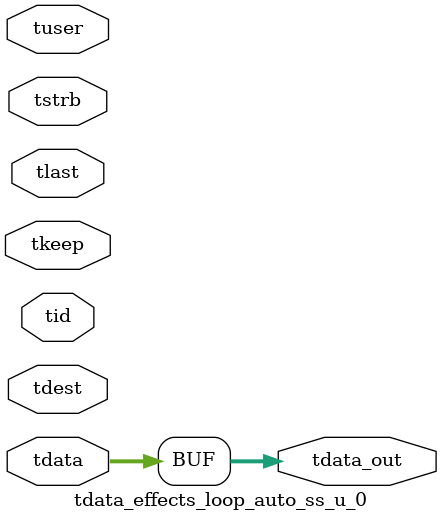
<source format=v>


`timescale 1ps/1ps

module tdata_effects_loop_auto_ss_u_0 #
(
parameter C_S_AXIS_TDATA_WIDTH = 32,
parameter C_S_AXIS_TUSER_WIDTH = 0,
parameter C_S_AXIS_TID_WIDTH   = 0,
parameter C_S_AXIS_TDEST_WIDTH = 0,
parameter C_M_AXIS_TDATA_WIDTH = 32
)
(
input  [(C_S_AXIS_TDATA_WIDTH == 0 ? 1 : C_S_AXIS_TDATA_WIDTH)-1:0     ] tdata,
input  [(C_S_AXIS_TUSER_WIDTH == 0 ? 1 : C_S_AXIS_TUSER_WIDTH)-1:0     ] tuser,
input  [(C_S_AXIS_TID_WIDTH   == 0 ? 1 : C_S_AXIS_TID_WIDTH)-1:0       ] tid,
input  [(C_S_AXIS_TDEST_WIDTH == 0 ? 1 : C_S_AXIS_TDEST_WIDTH)-1:0     ] tdest,
input  [(C_S_AXIS_TDATA_WIDTH/8)-1:0 ] tkeep,
input  [(C_S_AXIS_TDATA_WIDTH/8)-1:0 ] tstrb,
input                                                                    tlast,
output [C_M_AXIS_TDATA_WIDTH-1:0] tdata_out
);

assign tdata_out = {tdata[63:0]};

endmodule


</source>
